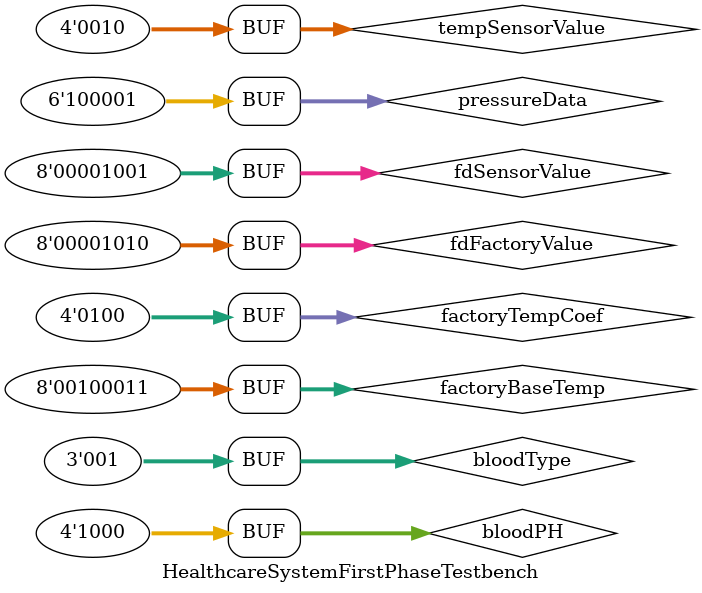
<source format=v>

module HealthcareSystemFirstPhaseTestbench ();


	// inputs
	reg [5:0] pressureData;
	reg [3:0] bloodPH;
	reg [2:0] bloodType;
	reg [7:0] fdSensorValue;
	reg [7:0] fdFactoryValue;
	reg [7:0] bloodSensor;
	reg [7:0] factoryBaseTemp;
	reg [3:0] factoryTempCoef;
	reg [3:0] tempSensorValue;

	// outputs
	wire presureAbnormality;
	wire bloodAbnormality;
	wire fallDetected;
	wire [3:0] glycemicIndex;
	wire temperatureAbnormality;

	HealthcareSystemFirstPhase HealthcareSystemFirstPhaseUnderTest (
		.pressureData          (pressureData          ),
		.bloodPH               (bloodPH               ),
		.bloodType             (bloodType             ),
		.fdSensorValue         (fdSensorValue         ),
		.fdFactoryValue        (fdFactoryValue        ),
		.bloodSensor           (bloodSensor           ),
		.factoryBaseTemp       (factoryBaseTemp       ),
		.factoryTempCoef       (factoryTempCoef       ),
		.tempSensorValue       (tempSensorValue       ),
		.presureAbnormality    (presureAbnormality    ),
		.bloodAbnormality      (bloodAbnormality      ),
		.fallDetected          (fallDetected          ),
		.glycemicIndex         (glycemicIndex         ),
		.temperatureAbnormality(temperatureAbnormality)
	);

	initial 
	begin 
		// test of PresureAbnormalityDetector
		pressureData = 6'b000001; // presureAbnormality = 0
		#10;
		pressureData = 6'b100001; // presureAbnormality = 1
		#10;

		// test of BloodAbnormalityDetector
		bloodPH = 4'b0000; 	bloodType = 4'b000; // bloodAbnormality = 1
		#10;
		bloodPH = 4'b1000; 	bloodType = 4'b001; // bloodAbnormality = 0
		#10;
		
		// test of fallDetector
		fdSensorValue = 10; fdFactoryValue = 10; // fallDetected = 1 
		#10;
		fdSensorValue = 9; fdFactoryValue = 10; // fallDetected = 0 
		#10;

		// test of fallDetector
		factoryBaseTemp = 30; factoryTempCoef = 4; tempSensorValue = 2; // temperatureAbnormality = 1
		#10;
		factoryBaseTemp = 35; factoryTempCoef = 4; tempSensorValue = 2; // temperatureAbnormality = 0

	end


endmodule
</source>
